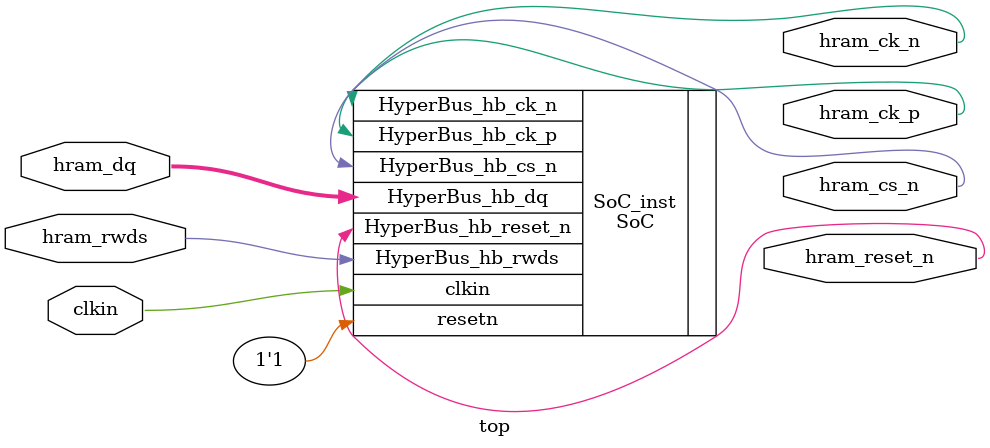
<source format=v>

/* 
 * ----------------------------------------------------------------------------
 *  Project:  OpenHBMC
 *  Filename: top.v
 *  Purpose:  Top module of the OpenHBMC example project.
 * ----------------------------------------------------------------------------
 *  Copyright © 2020-2021, Vaagn Oganesyan <ovgn@protonmail.com>
 *  
 *  Licensed under the Apache License, Version 2.0 (the "License");
 *  you may not use this file except in compliance with the License.
 *  You may obtain a copy of the License at
 *  
 *      http://www.apache.org/licenses/LICENSE-2.0
 *  
 *  Unless required by applicable law or agreed to in writing, software
 *  distributed under the License is distributed on an "AS IS" BASIS,
 *  WITHOUT WARRANTIES OR CONDITIONS OF ANY KIND, either express or implied.
 *  See the License for the specific language governing permissions and
 *  limitations under the License.
 * ----------------------------------------------------------------------------
 */


`default_nettype none
`timescale 1ps / 1ps


module top
(
    input   wire            clkin,
    
    output  wire            hram_ck_p,
    output  wire            hram_ck_n,
    output  wire            hram_reset_n,
    output  wire            hram_cs_n,
    inout   wire            hram_rwds,
    inout   wire    [7:0]   hram_dq
);
    
/*----------------------------------------------------------------------------------------------------------------------------*/

    SoC
    SoC_inst
    (
        .clkin               ( clkin        ),
        .resetn              ( 1'b1         ),
        .HyperBus_hb_ck_p    ( hram_ck_p    ),
        .HyperBus_hb_ck_n    ( hram_ck_n    ),
        .HyperBus_hb_cs_n    ( hram_cs_n    ),
        .HyperBus_hb_dq      ( hram_dq      ),
        .HyperBus_hb_reset_n ( hram_reset_n ),
        .HyperBus_hb_rwds    ( hram_rwds    )
    );

endmodule

`default_nettype wire

</source>
